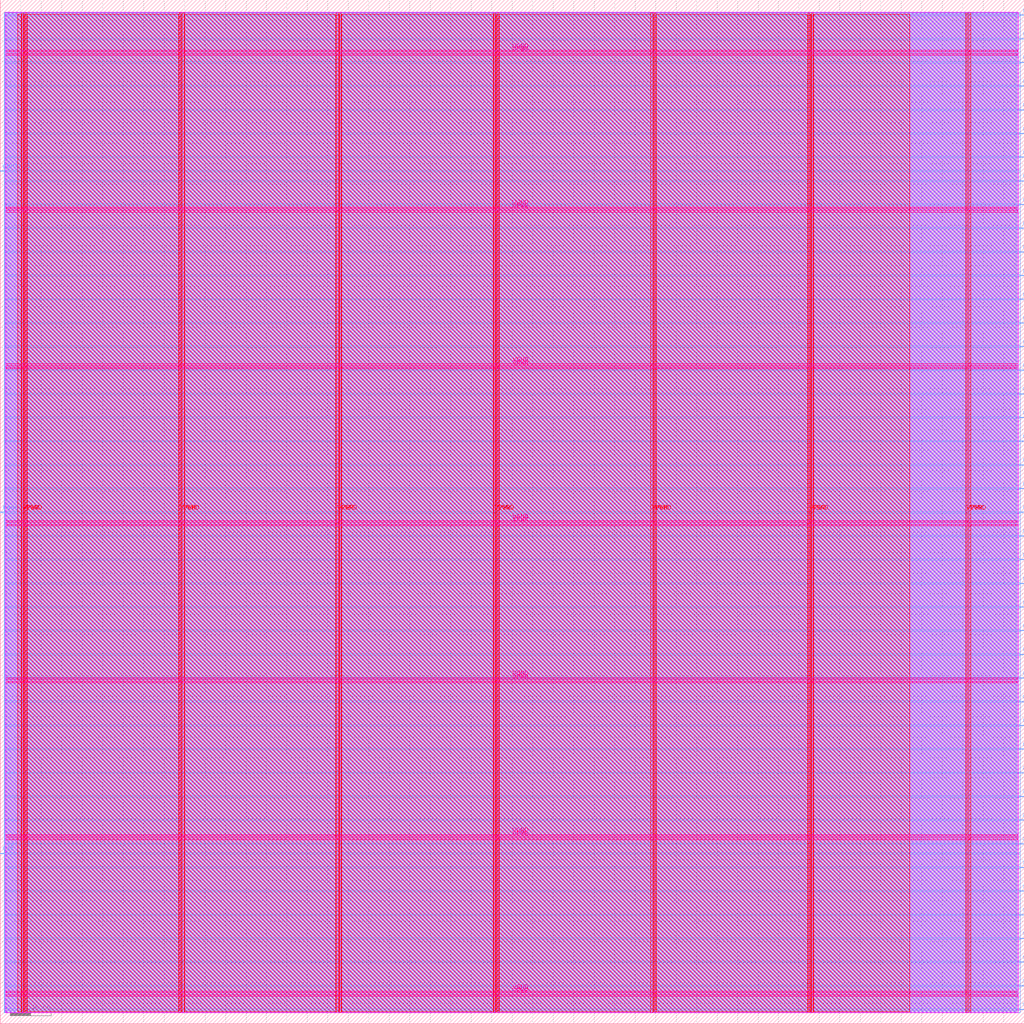
<source format=lef>
VERSION 5.7 ;
  NOWIREEXTENSIONATPIN ON ;
  DIVIDERCHAR "/" ;
  BUSBITCHARS "[]" ;
MACRO top_module_project5
  CLASS BLOCK ;
  FOREIGN top_module_project5 ;
  ORIGIN 0.000 0.000 ;
  SIZE 1000.000 BY 1000.000 ;
  PIN VGND
    DIRECTION INOUT ;
    USE GROUND ;
    PORT
      LAYER met4 ;
        RECT 24.340 10.640 25.940 987.600 ;
    END
    PORT
      LAYER met4 ;
        RECT 177.940 10.640 179.540 987.600 ;
    END
    PORT
      LAYER met4 ;
        RECT 331.540 10.640 333.140 987.600 ;
    END
    PORT
      LAYER met4 ;
        RECT 485.140 10.640 486.740 987.600 ;
    END
    PORT
      LAYER met4 ;
        RECT 638.740 10.640 640.340 987.600 ;
    END
    PORT
      LAYER met4 ;
        RECT 792.340 10.640 793.940 987.600 ;
    END
    PORT
      LAYER met4 ;
        RECT 945.940 10.640 947.540 987.600 ;
    END
    PORT
      LAYER met5 ;
        RECT 5.280 30.030 994.300 31.630 ;
    END
    PORT
      LAYER met5 ;
        RECT 5.280 183.210 994.300 184.810 ;
    END
    PORT
      LAYER met5 ;
        RECT 5.280 336.390 994.300 337.990 ;
    END
    PORT
      LAYER met5 ;
        RECT 5.280 489.570 994.300 491.170 ;
    END
    PORT
      LAYER met5 ;
        RECT 5.280 642.750 994.300 644.350 ;
    END
    PORT
      LAYER met5 ;
        RECT 5.280 795.930 994.300 797.530 ;
    END
    PORT
      LAYER met5 ;
        RECT 5.280 949.110 994.300 950.710 ;
    END
  END VGND
  PIN VPWR
    DIRECTION INOUT ;
    USE POWER ;
    PORT
      LAYER met4 ;
        RECT 21.040 10.640 22.640 987.600 ;
    END
    PORT
      LAYER met4 ;
        RECT 174.640 10.640 176.240 987.600 ;
    END
    PORT
      LAYER met4 ;
        RECT 328.240 10.640 329.840 987.600 ;
    END
    PORT
      LAYER met4 ;
        RECT 481.840 10.640 483.440 987.600 ;
    END
    PORT
      LAYER met4 ;
        RECT 635.440 10.640 637.040 987.600 ;
    END
    PORT
      LAYER met4 ;
        RECT 789.040 10.640 790.640 987.600 ;
    END
    PORT
      LAYER met4 ;
        RECT 942.640 10.640 944.240 987.600 ;
    END
    PORT
      LAYER met5 ;
        RECT 5.280 26.730 994.300 28.330 ;
    END
    PORT
      LAYER met5 ;
        RECT 5.280 179.910 994.300 181.510 ;
    END
    PORT
      LAYER met5 ;
        RECT 5.280 333.090 994.300 334.690 ;
    END
    PORT
      LAYER met5 ;
        RECT 5.280 486.270 994.300 487.870 ;
    END
    PORT
      LAYER met5 ;
        RECT 5.280 639.450 994.300 641.050 ;
    END
    PORT
      LAYER met5 ;
        RECT 5.280 792.630 994.300 794.230 ;
    END
    PORT
      LAYER met5 ;
        RECT 5.280 945.810 994.300 947.410 ;
    END
  END VPWR
  PIN an[0]
    DIRECTION OUTPUT ;
    USE SIGNAL ;
    ANTENNADIFFAREA 0.445500 ;
    PORT
      LAYER met3 ;
        RECT 996.000 244.840 1000.000 245.440 ;
    END
  END an[0]
  PIN an[1]
    DIRECTION OUTPUT ;
    USE SIGNAL ;
    ANTENNADIFFAREA 0.445500 ;
    PORT
      LAYER met3 ;
        RECT 996.000 221.720 1000.000 222.320 ;
    END
  END an[1]
  PIN an[2]
    DIRECTION OUTPUT ;
    USE SIGNAL ;
    ANTENNADIFFAREA 0.445500 ;
    PORT
      LAYER met3 ;
        RECT 996.000 198.600 1000.000 199.200 ;
    END
  END an[2]
  PIN an[3]
    DIRECTION OUTPUT ;
    USE SIGNAL ;
    ANTENNADIFFAREA 0.445500 ;
    PORT
      LAYER met3 ;
        RECT 996.000 175.480 1000.000 176.080 ;
    END
  END an[3]
  PIN clk
    DIRECTION INPUT ;
    USE SIGNAL ;
    ANTENNAGATEAREA 0.852000 ;
    PORT
      LAYER met3 ;
        RECT 0.000 165.960 4.000 166.560 ;
    END
  END clk
  PIN control
    DIRECTION INPUT ;
    USE SIGNAL ;
    ANTENNAGATEAREA 0.990000 ;
    PORT
      LAYER met3 ;
        RECT 0.000 832.360 4.000 832.960 ;
    END
  END control
  PIN reset
    DIRECTION INPUT ;
    USE SIGNAL ;
    ANTENNAGATEAREA 0.742500 ;
    PORT
      LAYER met3 ;
        RECT 0.000 499.160 4.000 499.760 ;
    END
  END reset
  PIN result[0]
    DIRECTION OUTPUT ;
    USE SIGNAL ;
    ANTENNADIFFAREA 0.445500 ;
    PORT
      LAYER met3 ;
        RECT 996.000 984.680 1000.000 985.280 ;
    END
  END result[0]
  PIN result[10]
    DIRECTION OUTPUT ;
    USE SIGNAL ;
    ANTENNADIFFAREA 0.445500 ;
    PORT
      LAYER met3 ;
        RECT 996.000 753.480 1000.000 754.080 ;
    END
  END result[10]
  PIN result[11]
    DIRECTION OUTPUT ;
    USE SIGNAL ;
    ANTENNADIFFAREA 0.445500 ;
    PORT
      LAYER met3 ;
        RECT 996.000 730.360 1000.000 730.960 ;
    END
  END result[11]
  PIN result[12]
    DIRECTION OUTPUT ;
    USE SIGNAL ;
    ANTENNADIFFAREA 0.445500 ;
    PORT
      LAYER met3 ;
        RECT 996.000 707.240 1000.000 707.840 ;
    END
  END result[12]
  PIN result[13]
    DIRECTION OUTPUT ;
    USE SIGNAL ;
    ANTENNADIFFAREA 0.445500 ;
    PORT
      LAYER met3 ;
        RECT 996.000 684.120 1000.000 684.720 ;
    END
  END result[13]
  PIN result[14]
    DIRECTION OUTPUT ;
    USE SIGNAL ;
    ANTENNADIFFAREA 0.445500 ;
    PORT
      LAYER met3 ;
        RECT 996.000 661.000 1000.000 661.600 ;
    END
  END result[14]
  PIN result[15]
    DIRECTION OUTPUT ;
    USE SIGNAL ;
    ANTENNADIFFAREA 0.445500 ;
    PORT
      LAYER met3 ;
        RECT 996.000 637.880 1000.000 638.480 ;
    END
  END result[15]
  PIN result[16]
    DIRECTION OUTPUT ;
    USE SIGNAL ;
    ANTENNADIFFAREA 0.445500 ;
    PORT
      LAYER met3 ;
        RECT 996.000 614.760 1000.000 615.360 ;
    END
  END result[16]
  PIN result[17]
    DIRECTION OUTPUT ;
    USE SIGNAL ;
    ANTENNADIFFAREA 0.445500 ;
    PORT
      LAYER met3 ;
        RECT 996.000 591.640 1000.000 592.240 ;
    END
  END result[17]
  PIN result[18]
    DIRECTION OUTPUT ;
    USE SIGNAL ;
    ANTENNADIFFAREA 0.445500 ;
    PORT
      LAYER met3 ;
        RECT 996.000 568.520 1000.000 569.120 ;
    END
  END result[18]
  PIN result[19]
    DIRECTION OUTPUT ;
    USE SIGNAL ;
    ANTENNADIFFAREA 0.445500 ;
    PORT
      LAYER met3 ;
        RECT 996.000 545.400 1000.000 546.000 ;
    END
  END result[19]
  PIN result[1]
    DIRECTION OUTPUT ;
    USE SIGNAL ;
    ANTENNADIFFAREA 0.445500 ;
    PORT
      LAYER met3 ;
        RECT 996.000 961.560 1000.000 962.160 ;
    END
  END result[1]
  PIN result[20]
    DIRECTION OUTPUT ;
    USE SIGNAL ;
    ANTENNADIFFAREA 0.445500 ;
    PORT
      LAYER met3 ;
        RECT 996.000 522.280 1000.000 522.880 ;
    END
  END result[20]
  PIN result[21]
    DIRECTION OUTPUT ;
    USE SIGNAL ;
    ANTENNADIFFAREA 0.445500 ;
    PORT
      LAYER met3 ;
        RECT 996.000 499.160 1000.000 499.760 ;
    END
  END result[21]
  PIN result[22]
    DIRECTION OUTPUT ;
    USE SIGNAL ;
    ANTENNADIFFAREA 0.445500 ;
    PORT
      LAYER met3 ;
        RECT 996.000 476.040 1000.000 476.640 ;
    END
  END result[22]
  PIN result[23]
    DIRECTION OUTPUT ;
    USE SIGNAL ;
    ANTENNADIFFAREA 0.445500 ;
    PORT
      LAYER met3 ;
        RECT 996.000 452.920 1000.000 453.520 ;
    END
  END result[23]
  PIN result[24]
    DIRECTION OUTPUT ;
    USE SIGNAL ;
    ANTENNADIFFAREA 0.445500 ;
    PORT
      LAYER met3 ;
        RECT 996.000 429.800 1000.000 430.400 ;
    END
  END result[24]
  PIN result[25]
    DIRECTION OUTPUT ;
    USE SIGNAL ;
    ANTENNADIFFAREA 0.445500 ;
    PORT
      LAYER met3 ;
        RECT 996.000 406.680 1000.000 407.280 ;
    END
  END result[25]
  PIN result[26]
    DIRECTION OUTPUT ;
    USE SIGNAL ;
    ANTENNADIFFAREA 0.445500 ;
    PORT
      LAYER met3 ;
        RECT 996.000 383.560 1000.000 384.160 ;
    END
  END result[26]
  PIN result[27]
    DIRECTION OUTPUT ;
    USE SIGNAL ;
    ANTENNADIFFAREA 0.445500 ;
    PORT
      LAYER met3 ;
        RECT 996.000 360.440 1000.000 361.040 ;
    END
  END result[27]
  PIN result[28]
    DIRECTION OUTPUT ;
    USE SIGNAL ;
    ANTENNADIFFAREA 0.445500 ;
    PORT
      LAYER met3 ;
        RECT 996.000 337.320 1000.000 337.920 ;
    END
  END result[28]
  PIN result[29]
    DIRECTION OUTPUT ;
    USE SIGNAL ;
    ANTENNADIFFAREA 0.445500 ;
    PORT
      LAYER met3 ;
        RECT 996.000 314.200 1000.000 314.800 ;
    END
  END result[29]
  PIN result[2]
    DIRECTION OUTPUT ;
    USE SIGNAL ;
    ANTENNADIFFAREA 0.445500 ;
    PORT
      LAYER met3 ;
        RECT 996.000 938.440 1000.000 939.040 ;
    END
  END result[2]
  PIN result[30]
    DIRECTION OUTPUT ;
    USE SIGNAL ;
    ANTENNADIFFAREA 0.445500 ;
    PORT
      LAYER met3 ;
        RECT 996.000 291.080 1000.000 291.680 ;
    END
  END result[30]
  PIN result[31]
    DIRECTION OUTPUT ;
    USE SIGNAL ;
    ANTENNADIFFAREA 0.445500 ;
    PORT
      LAYER met3 ;
        RECT 996.000 267.960 1000.000 268.560 ;
    END
  END result[31]
  PIN result[3]
    DIRECTION OUTPUT ;
    USE SIGNAL ;
    ANTENNADIFFAREA 0.445500 ;
    PORT
      LAYER met3 ;
        RECT 996.000 915.320 1000.000 915.920 ;
    END
  END result[3]
  PIN result[4]
    DIRECTION OUTPUT ;
    USE SIGNAL ;
    ANTENNADIFFAREA 0.445500 ;
    PORT
      LAYER met3 ;
        RECT 996.000 892.200 1000.000 892.800 ;
    END
  END result[4]
  PIN result[5]
    DIRECTION OUTPUT ;
    USE SIGNAL ;
    ANTENNADIFFAREA 0.445500 ;
    PORT
      LAYER met3 ;
        RECT 996.000 869.080 1000.000 869.680 ;
    END
  END result[5]
  PIN result[6]
    DIRECTION OUTPUT ;
    USE SIGNAL ;
    ANTENNADIFFAREA 0.445500 ;
    PORT
      LAYER met3 ;
        RECT 996.000 845.960 1000.000 846.560 ;
    END
  END result[6]
  PIN result[7]
    DIRECTION OUTPUT ;
    USE SIGNAL ;
    ANTENNADIFFAREA 0.445500 ;
    PORT
      LAYER met3 ;
        RECT 996.000 822.840 1000.000 823.440 ;
    END
  END result[7]
  PIN result[8]
    DIRECTION OUTPUT ;
    USE SIGNAL ;
    ANTENNADIFFAREA 0.445500 ;
    PORT
      LAYER met3 ;
        RECT 996.000 799.720 1000.000 800.320 ;
    END
  END result[8]
  PIN result[9]
    DIRECTION OUTPUT ;
    USE SIGNAL ;
    ANTENNADIFFAREA 0.445500 ;
    PORT
      LAYER met3 ;
        RECT 996.000 776.600 1000.000 777.200 ;
    END
  END result[9]
  PIN seg_out[0]
    DIRECTION OUTPUT ;
    USE SIGNAL ;
    ANTENNADIFFAREA 0.445500 ;
    PORT
      LAYER met3 ;
        RECT 996.000 152.360 1000.000 152.960 ;
    END
  END seg_out[0]
  PIN seg_out[1]
    DIRECTION OUTPUT ;
    USE SIGNAL ;
    ANTENNADIFFAREA 0.445500 ;
    PORT
      LAYER met3 ;
        RECT 996.000 129.240 1000.000 129.840 ;
    END
  END seg_out[1]
  PIN seg_out[2]
    DIRECTION OUTPUT ;
    USE SIGNAL ;
    ANTENNADIFFAREA 0.445500 ;
    PORT
      LAYER met3 ;
        RECT 996.000 106.120 1000.000 106.720 ;
    END
  END seg_out[2]
  PIN seg_out[3]
    DIRECTION OUTPUT ;
    USE SIGNAL ;
    ANTENNADIFFAREA 0.445500 ;
    PORT
      LAYER met3 ;
        RECT 996.000 83.000 1000.000 83.600 ;
    END
  END seg_out[3]
  PIN seg_out[4]
    DIRECTION OUTPUT ;
    USE SIGNAL ;
    ANTENNADIFFAREA 0.445500 ;
    PORT
      LAYER met3 ;
        RECT 996.000 59.880 1000.000 60.480 ;
    END
  END seg_out[4]
  PIN seg_out[5]
    DIRECTION OUTPUT ;
    USE SIGNAL ;
    ANTENNADIFFAREA 0.445500 ;
    PORT
      LAYER met3 ;
        RECT 996.000 36.760 1000.000 37.360 ;
    END
  END seg_out[5]
  PIN seg_out[6]
    DIRECTION OUTPUT ;
    USE SIGNAL ;
    ANTENNADIFFAREA 0.445500 ;
    PORT
      LAYER met3 ;
        RECT 996.000 13.640 1000.000 14.240 ;
    END
  END seg_out[6]
  OBS
      LAYER nwell ;
        RECT 5.330 10.795 994.250 987.550 ;
      LAYER li1 ;
        RECT 5.520 10.795 994.060 987.445 ;
      LAYER met1 ;
        RECT 4.210 10.640 994.060 987.600 ;
      LAYER met2 ;
        RECT 4.230 10.695 992.130 987.545 ;
      LAYER met3 ;
        RECT 3.990 985.680 996.000 987.525 ;
        RECT 3.990 984.280 995.600 985.680 ;
        RECT 3.990 962.560 996.000 984.280 ;
        RECT 3.990 961.160 995.600 962.560 ;
        RECT 3.990 939.440 996.000 961.160 ;
        RECT 3.990 938.040 995.600 939.440 ;
        RECT 3.990 916.320 996.000 938.040 ;
        RECT 3.990 914.920 995.600 916.320 ;
        RECT 3.990 893.200 996.000 914.920 ;
        RECT 3.990 891.800 995.600 893.200 ;
        RECT 3.990 870.080 996.000 891.800 ;
        RECT 3.990 868.680 995.600 870.080 ;
        RECT 3.990 846.960 996.000 868.680 ;
        RECT 3.990 845.560 995.600 846.960 ;
        RECT 3.990 833.360 996.000 845.560 ;
        RECT 4.400 831.960 996.000 833.360 ;
        RECT 3.990 823.840 996.000 831.960 ;
        RECT 3.990 822.440 995.600 823.840 ;
        RECT 3.990 800.720 996.000 822.440 ;
        RECT 3.990 799.320 995.600 800.720 ;
        RECT 3.990 777.600 996.000 799.320 ;
        RECT 3.990 776.200 995.600 777.600 ;
        RECT 3.990 754.480 996.000 776.200 ;
        RECT 3.990 753.080 995.600 754.480 ;
        RECT 3.990 731.360 996.000 753.080 ;
        RECT 3.990 729.960 995.600 731.360 ;
        RECT 3.990 708.240 996.000 729.960 ;
        RECT 3.990 706.840 995.600 708.240 ;
        RECT 3.990 685.120 996.000 706.840 ;
        RECT 3.990 683.720 995.600 685.120 ;
        RECT 3.990 662.000 996.000 683.720 ;
        RECT 3.990 660.600 995.600 662.000 ;
        RECT 3.990 638.880 996.000 660.600 ;
        RECT 3.990 637.480 995.600 638.880 ;
        RECT 3.990 615.760 996.000 637.480 ;
        RECT 3.990 614.360 995.600 615.760 ;
        RECT 3.990 592.640 996.000 614.360 ;
        RECT 3.990 591.240 995.600 592.640 ;
        RECT 3.990 569.520 996.000 591.240 ;
        RECT 3.990 568.120 995.600 569.520 ;
        RECT 3.990 546.400 996.000 568.120 ;
        RECT 3.990 545.000 995.600 546.400 ;
        RECT 3.990 523.280 996.000 545.000 ;
        RECT 3.990 521.880 995.600 523.280 ;
        RECT 3.990 500.160 996.000 521.880 ;
        RECT 4.400 498.760 995.600 500.160 ;
        RECT 3.990 477.040 996.000 498.760 ;
        RECT 3.990 475.640 995.600 477.040 ;
        RECT 3.990 453.920 996.000 475.640 ;
        RECT 3.990 452.520 995.600 453.920 ;
        RECT 3.990 430.800 996.000 452.520 ;
        RECT 3.990 429.400 995.600 430.800 ;
        RECT 3.990 407.680 996.000 429.400 ;
        RECT 3.990 406.280 995.600 407.680 ;
        RECT 3.990 384.560 996.000 406.280 ;
        RECT 3.990 383.160 995.600 384.560 ;
        RECT 3.990 361.440 996.000 383.160 ;
        RECT 3.990 360.040 995.600 361.440 ;
        RECT 3.990 338.320 996.000 360.040 ;
        RECT 3.990 336.920 995.600 338.320 ;
        RECT 3.990 315.200 996.000 336.920 ;
        RECT 3.990 313.800 995.600 315.200 ;
        RECT 3.990 292.080 996.000 313.800 ;
        RECT 3.990 290.680 995.600 292.080 ;
        RECT 3.990 268.960 996.000 290.680 ;
        RECT 3.990 267.560 995.600 268.960 ;
        RECT 3.990 245.840 996.000 267.560 ;
        RECT 3.990 244.440 995.600 245.840 ;
        RECT 3.990 222.720 996.000 244.440 ;
        RECT 3.990 221.320 995.600 222.720 ;
        RECT 3.990 199.600 996.000 221.320 ;
        RECT 3.990 198.200 995.600 199.600 ;
        RECT 3.990 176.480 996.000 198.200 ;
        RECT 3.990 175.080 995.600 176.480 ;
        RECT 3.990 166.960 996.000 175.080 ;
        RECT 4.400 165.560 996.000 166.960 ;
        RECT 3.990 153.360 996.000 165.560 ;
        RECT 3.990 151.960 995.600 153.360 ;
        RECT 3.990 130.240 996.000 151.960 ;
        RECT 3.990 128.840 995.600 130.240 ;
        RECT 3.990 107.120 996.000 128.840 ;
        RECT 3.990 105.720 995.600 107.120 ;
        RECT 3.990 84.000 996.000 105.720 ;
        RECT 3.990 82.600 995.600 84.000 ;
        RECT 3.990 60.880 996.000 82.600 ;
        RECT 3.990 59.480 995.600 60.880 ;
        RECT 3.990 37.760 996.000 59.480 ;
        RECT 3.990 36.360 995.600 37.760 ;
        RECT 3.990 14.640 996.000 36.360 ;
        RECT 3.990 13.240 995.600 14.640 ;
        RECT 3.990 10.715 996.000 13.240 ;
      LAYER met4 ;
        RECT 16.855 11.735 20.640 985.825 ;
        RECT 23.040 11.735 23.940 985.825 ;
        RECT 26.340 11.735 174.240 985.825 ;
        RECT 176.640 11.735 177.540 985.825 ;
        RECT 179.940 11.735 327.840 985.825 ;
        RECT 330.240 11.735 331.140 985.825 ;
        RECT 333.540 11.735 481.440 985.825 ;
        RECT 483.840 11.735 484.740 985.825 ;
        RECT 487.140 11.735 635.040 985.825 ;
        RECT 637.440 11.735 638.340 985.825 ;
        RECT 640.740 11.735 788.640 985.825 ;
        RECT 791.040 11.735 791.940 985.825 ;
        RECT 794.340 11.735 888.425 985.825 ;
  END
END top_module_project5
END LIBRARY


</source>
